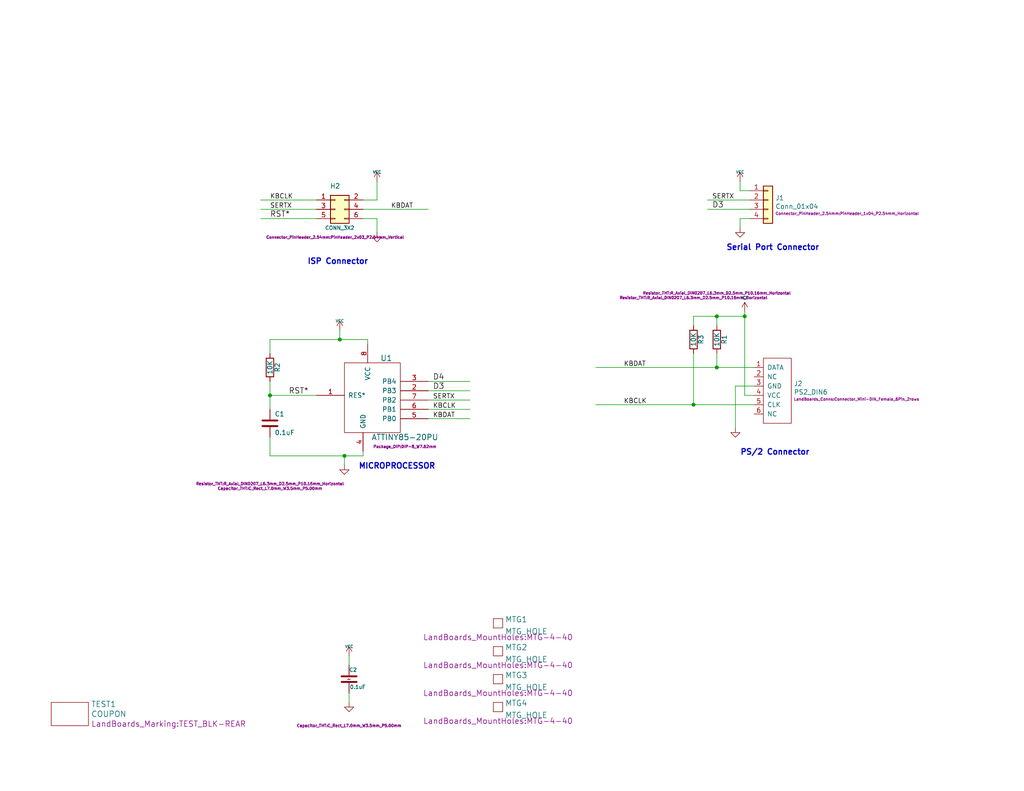
<source format=kicad_sch>
(kicad_sch (version 20211123) (generator eeschema)
  (paper "A")
  (title_block (title "TinyPS2") (date "2022-05-28") (rev "3") (company "land-boards.com"))
  (lib_symbols
    (symbol "Connector_Generic:Conn_01x04" (pin_names (offset 1.016) hide)
      (property "Reference" "J" (at 0 5.08 0))
      (property "Value" "Conn_01x04" (at 0 -7.62 0))
      (symbol "Conn_01x04_1_1"
        (rectangle (start -1.27 -4.953) (end 0 -5.207) (stroke (width 0.1524)))
        (rectangle (start -1.27 -2.413) (end 0 -2.667) (stroke (width 0.1524)))
        (rectangle (start -1.27 0.127) (end 0 -0.127) (stroke (width 0.1524)))
        (rectangle (start -1.27 2.667) (end 0 2.413) (stroke (width 0.1524)))
        (rectangle (start -1.27 3.81) (end 1.27 -6.35) (stroke (width 0.254)) (fill (type background)))
        (pin passive line (at -5.08 2.54 0) (length 3.81) (name "Pin_1") (number "1"))
        (pin passive line (at -5.08 0 0) (length 3.81) (name "Pin_2") (number "2"))
        (pin passive line (at -5.08 -2.54 0) (length 3.81) (name "Pin_3") (number "3"))
        (pin passive line (at -5.08 -5.08 0) (length 3.81) (name "Pin_4") (number "4"))
      )
    )
    (symbol "Connector_Generic:Conn_02x03_Odd_Even" (pin_names (offset 1.016) hide)
      (property "Reference" "J" (at 1.27 5.08 0))
      (property "Value" "Conn_02x03_Odd_Even" (at 1.27 -5.08 0))
      (symbol "Conn_02x03_Odd_Even_1_1"
        (rectangle (start -1.27 -2.413) (end 0 -2.667) (stroke (width 0.1524)))
        (rectangle (start -1.27 0.127) (end 0 -0.127) (stroke (width 0.1524)))
        (rectangle (start -1.27 2.667) (end 0 2.413) (stroke (width 0.1524)))
        (rectangle (start -1.27 3.81) (end 3.81 -3.81) (stroke (width 0.254)) (fill (type background)))
        (rectangle (start 3.81 -2.413) (end 2.54 -2.667) (stroke (width 0.1524)))
        (rectangle (start 3.81 0.127) (end 2.54 -0.127) (stroke (width 0.1524)))
        (rectangle (start 3.81 2.667) (end 2.54 2.413) (stroke (width 0.1524)))
        (pin passive line (at -5.08 2.54 0) (length 3.81) (name "Pin_1") (number "1"))
        (pin passive line (at 7.62 2.54 180) (length 3.81) (name "Pin_2") (number "2"))
        (pin passive line (at -5.08 0 0) (length 3.81) (name "Pin_3") (number "3"))
        (pin passive line (at 7.62 0 180) (length 3.81) (name "Pin_4") (number "4"))
        (pin passive line (at -5.08 -2.54 0) (length 3.81) (name "Pin_5") (number "5"))
        (pin passive line (at 7.62 -2.54 180) (length 3.81) (name "Pin_6") (number "6"))
      )
    )
    (symbol "Device:C" (pin_numbers hide) (pin_names (offset 0.254))
      (property "Reference" "C" (at 0.635 2.54 0))
      (property "Value" "C" (at 0.635 -2.54 0))
      (symbol "C_0_1"
        (polyline (pts (xy -2.032 -0.762) (xy 2.032 -0.762)) (stroke (width 0.508)))
        (polyline (pts (xy -2.032 0.762) (xy 2.032 0.762)) (stroke (width 0.508)))
      )
      (symbol "C_1_1"
        (pin passive line (at 0 3.81 270) (length 2.794) (name "~") (number "1"))
        (pin passive line (at 0 -3.81 90) (length 2.794) (name "~") (number "2"))
      )
    )
    (symbol "Device:R" (pin_numbers hide) (pin_names (offset 0))
      (property "Reference" "R" (at 2.032 0 90))
      (property "Value" "R" (at 0 0 90))
      (symbol "R_0_1"
        (rectangle (start -1.016 -2.54) (end 1.016 2.54) (stroke (width 0.254)))
      )
      (symbol "R_1_1"
        (pin passive line (at 0 3.81 270) (length 1.27) (name "~") (number "1"))
        (pin passive line (at 0 -3.81 90) (length 1.27) (name "~") (number "2"))
      )
    )
    (symbol "LandBoards:COUPON" (pin_names (offset 1.016))
      (property "Reference" "COUP?" (at 0 0 0))
      (property "Value" "COUPON" (at 0 0 0))
      (symbol "COUPON_0_1"
        (rectangle (start -5.08 0) (end 5.08 6.35))
      )
    )
    (symbol "LandBoards:MTG_HOLE" (pin_names (offset 1.016))
      (property "Reference" "MTG?" (at 0 2.54 0))
      (property "Value" "MTG_HOLE" (at 0 -2.54 0))
      (symbol "MTG_HOLE_0_1"
        (rectangle (start -1.27 -1.27) (end 1.27 -1.27))
        (rectangle (start -1.27 1.27) (end -1.27 -1.27))
        (rectangle (start 1.27 1.27) (end -1.27 1.27))
        (rectangle (start 1.27 1.27) (end 1.27 -1.27))
      )
    )
    (symbol "LandBoards_Conns:PS2_DIN6" (pin_names (offset 1.016))
      (property "Reference" "J" (at -1.27 10.16 0))
      (property "Value" "PS2_DIN6" (at -1.27 -10.16 0))
      (symbol "PS2_DIN6_0_1"
        (rectangle (start -3.81 8.89) (end 3.81 -8.89))
      )
      (symbol "PS2_DIN6_1_1"
        (pin input line (at -6.35 6.35 0) (length 2.54) (name "DATA") (number "1"))
        (pin input line (at -6.35 3.81 0) (length 2.54) (name "NC") (number "2"))
        (pin input line (at -6.35 1.27 0) (length 2.54) (name "GND") (number "3"))
        (pin input line (at -6.35 -1.27 0) (length 2.54) (name "VCC") (number "4"))
        (pin input line (at -6.35 -3.81 0) (length 2.54) (name "CLK") (number "5"))
        (pin input line (at -6.35 -6.35 0) (length 2.54) (name "NC") (number "6"))
      )
    )
    (symbol "LandBoards_Semis:ATTINY85" (pin_names (offset 1.016))
      (property "Reference" "U" (at 3.81 20.32 0))
      (property "Value" "ATTINY85" (at 3.81 -1.27 0))
      (symbol "ATTINY85_0_1"
        (rectangle (start -7.62 0) (end 7.62 19.05))
      )
      (symbol "ATTINY85_1_1"
        (pin input line (at -15.24 10.16 0) (length 7.62) (name "RES*") (number "1"))
        (pin bidirectional line (at 15.24 11.43 180) (length 7.62) (name "PB3") (number "2"))
        (pin bidirectional line (at 15.24 13.97 180) (length 7.62) (name "PB4") (number "3"))
        (pin power_in line (at -2.54 -5.08 90) (length 5.08) (name "GND") (number "4"))
        (pin bidirectional line (at 15.24 3.81 180) (length 7.62) (name "PB0") (number "5"))
        (pin bidirectional line (at 15.24 6.35 180) (length 7.62) (name "PB1") (number "6"))
        (pin bidirectional line (at 15.24 8.89 180) (length 7.62) (name "PB2") (number "7"))
        (pin power_in line (at -1.27 24.13 270) (length 5.08) (name "VCC") (number "8"))
      )
    )
    (symbol "power:GND" (power) (pin_names (offset 0))
      (property "Value" "GND" (at 0 -3.81 0))
      (symbol "GND_0_1"
        (polyline (pts (xy 0 0) (xy 0 -1.27) (xy 1.27 -1.27) (xy 0 -2.54) (xy -1.27 -1.27) (xy 0 -1.27)))
      )
      (symbol "GND_1_1"
        (pin power_in line (at 0 0 270) (length 0) hide (name "GND") (number "1"))
      )
    )
    (symbol "power:VCC" (power) (pin_names (offset 0))
      (property "Value" "VCC" (at 0 3.81 0))
      (symbol "VCC_0_1"
        (polyline (pts (xy -0.762 1.27) (xy 0 2.54)))
        (polyline (pts (xy 0 0) (xy 0 2.54)))
        (polyline (pts (xy 0 2.54) (xy 0.762 1.27)))
      )
      (symbol "VCC_1_1"
        (pin power_in line (at 0 0 90) (length 0) hide (name "VCC") (number "1"))
      )
    )
  )
  (junction (at 73.66 107.95))
  (junction (at 203.2 86.36))
  (junction (at 93.98 124.46))
  (junction (at 195.58 86.36))
  (junction (at 189.23 110.49))
  (junction (at 195.58 100.33))
  (junction (at 92.71 92.71))
  (wire (pts (xy 204.47 59.69) (xy 201.93 59.69)))
  (wire (pts (xy 99.06 59.69) (xy 102.87 59.69)))
  (wire (pts (xy 200.66 105.41) (xy 200.66 116.84)))
  (wire (pts (xy 86.36 54.61) (xy 71.12 54.61)))
  (wire (pts (xy 102.87 59.69) (xy 102.87 63.5)))
  (wire (pts (xy 203.2 86.36) (xy 203.2 107.95)))
  (wire (pts (xy 201.93 52.07) (xy 204.47 52.07)))
  (wire (pts (xy 92.71 92.71) (xy 100.33 92.71)))
  (wire (pts (xy 93.98 127) (xy 93.98 124.46)))
  (wire (pts (xy 205.74 100.33) (xy 195.58 100.33)))
  (wire (pts (xy 73.66 124.46) (xy 93.98 124.46)))
  (wire (pts (xy 73.66 104.14) (xy 73.66 107.95)))
  (wire (pts (xy 92.71 90.17) (xy 92.71 92.71)))
  (wire (pts (xy 195.58 96.52) (xy 195.58 100.33)))
  (wire (pts (xy 71.12 57.15) (xy 86.36 57.15)))
  (wire (pts (xy 93.98 124.46) (xy 99.06 124.46)))
  (wire (pts (xy 116.84 106.68) (xy 128.27 106.68)))
  (wire (pts (xy 204.47 54.61) (xy 193.04 54.61)))
  (wire (pts (xy 73.66 92.71) (xy 92.71 92.71)))
  (wire (pts (xy 95.25 179.07) (xy 95.25 181.61)))
  (wire (pts (xy 95.25 189.23) (xy 95.25 191.77)))
  (wire (pts (xy 102.87 54.61) (xy 102.87 49.53)))
  (wire (pts (xy 100.33 92.71) (xy 100.33 93.98)))
  (wire (pts (xy 99.06 54.61) (xy 102.87 54.61)))
  (wire (pts (xy 99.06 124.46) (xy 99.06 123.19)))
  (wire (pts (xy 195.58 86.36) (xy 203.2 86.36)))
  (wire (pts (xy 205.74 110.49) (xy 189.23 110.49)))
  (wire (pts (xy 205.74 105.41) (xy 200.66 105.41)))
  (wire (pts (xy 73.66 107.95) (xy 73.66 111.76)))
  (wire (pts (xy 203.2 107.95) (xy 205.74 107.95)))
  (wire (pts (xy 116.84 109.22) (xy 128.27 109.22)))
  (wire (pts (xy 116.84 111.76) (xy 128.27 111.76)))
  (wire (pts (xy 116.84 104.14) (xy 128.27 104.14)))
  (wire (pts (xy 189.23 110.49) (xy 162.56 110.49)))
  (wire (pts (xy 195.58 100.33) (xy 162.56 100.33)))
  (wire (pts (xy 203.2 85.09) (xy 203.2 86.36)))
  (wire (pts (xy 116.84 114.3) (xy 128.27 114.3)))
  (wire (pts (xy 189.23 88.9) (xy 189.23 86.36)))
  (wire (pts (xy 189.23 86.36) (xy 195.58 86.36)))
  (wire (pts (xy 193.04 57.15) (xy 204.47 57.15)))
  (wire (pts (xy 195.58 88.9) (xy 195.58 86.36)))
  (wire (pts (xy 73.66 119.38) (xy 73.66 124.46)))
  (wire (pts (xy 189.23 96.52) (xy 189.23 110.49)))
  (wire (pts (xy 73.66 96.52) (xy 73.66 92.71)))
  (wire (pts (xy 201.93 59.69) (xy 201.93 62.23)))
  (wire (pts (xy 86.36 107.95) (xy 73.66 107.95)))
  (wire (pts (xy 201.93 49.53) (xy 201.93 52.07)))
  (wire (pts (xy 86.36 59.69) (xy 71.12 59.69)))
  (wire (pts (xy 99.06 57.15) (xy 116.84 57.15)))
  (text "ISP Connector" (at 83.82 72.39 0) (effects (font (size 1.524 1.524) (thickness 0.3048) bold) (justify left bottom)))
  (text "Serial Port Connector" (at 198.12 68.58 0) (effects (font (size 1.524 1.524) (thickness 0.3048) bold) (justify left bottom)))
  (text "PS/2 Connector" (at 201.93 124.46 0) (effects (font (size 1.524 1.524) (thickness 0.3048) bold) (justify left bottom)))
  (text "MICROPROCESSOR" (at 97.79 128.27 0) (effects (font (size 1.524 1.524) (thickness 0.3048) bold) (justify left bottom)))
  (label "KBCLK" (at 170.18 110.49 0))
  (label "D3" (at 118.11 106.68 0) (effects (font (size 1.524 1.524))))
  (label "KBCLK" (at 73.66 54.61 0))
  (label "KBDAT" (at 106.68 57.15 0))
  (label "KBDAT" (at 118.11 114.3 0))
  (label "SERTX" (at 118.11 109.22 0))
  (label "D4" (at 118.11 104.14 0) (effects (font (size 1.524 1.524))))
  (label "RST*" (at 78.74 107.95 0) (effects (font (size 1.524 1.524))))
  (label "KBCLK" (at 118.11 111.76 0))
  (label "SERTX" (at 73.66 57.15 0))
  (label "D3" (at 194.31 57.15 0) (effects (font (size 1.524 1.524))))
  (label "RST*" (at 73.66 59.69 0) (effects (font (size 1.524 1.524))))
  (label "KBDAT" (at 170.18 100.33 0))
  (label "SERTX" (at 194.31 54.61 0))
  (symbol (lib_id "power:GND") (at 95.25 191.77 0) (unit 1)
    (property "Reference" "#PWR04" (effects hide))
    (property "Value" "GND" (effects hide))
  )
  (symbol (lib_id "power:VCC") (at 95.25 179.07 0) (unit 1)
    (property "Reference" "#PWR03" (effects hide))
    (property "Value" "VCC" (at 95.25 176.53 0) (effects (font (size 0.762 0.762))))
  )
  (symbol (lib_id "LandBoards_Semis:ATTINY85") (at 101.6 118.11 0) (unit 1)
    (property "Reference" "U1" (at 105.41 97.79 0) (effects (font (size 1.524 1.524))))
    (property "Value" "ATTINY85-20PU" (at 110.49 119.38 0) (effects (font (size 1.524 1.524))))
    (property "Footprint" "Package_DIP:DIP-8_W7.62mm" (at 110.49 121.92 0) (effects (font (size 0.762 0.762))))
    (property "Datasheet" "https://www.mouser.com/ProductDetail/Microchip-Technology-Atmel/ATTINY85-20PU?qs=8jWQYweyg6NCiiaOb5GI9Q%3D%3D" (effects hide))
  )
  (symbol (lib_id "Device:R") (at 73.66 100.33 0) (unit 1)
    (property "Reference" "R2" (at 75.692 100.33 90))
    (property "Value" "10K" (at 73.66 100.33 90))
    (property "Footprint" "Resistor_THT:R_Axial_DIN0207_L6.3mm_D2.5mm_P10.16mm_Horizontal" (at 73.66 132.08 0) (effects (font (size 0.762 0.762))))
  )
  (symbol (lib_id "Device:C") (at 73.66 115.57 0) (unit 1)
    (property "Reference" "C1" (at 74.93 113.03 0) (effects (justify left)))
    (property "Value" "0.1uF" (at 74.93 118.11 0) (effects (justify left)))
    (property "Footprint" "Capacitor_THT:C_Rect_L7.0mm_W3.5mm_P5.00mm" (at 73.66 133.35 0) (effects (font (size 0.762 0.762))))
  )
  (symbol (lib_id "power:VCC") (at 92.71 90.17 0) (unit 1)
    (property "Reference" "#PWR02" (effects hide))
    (property "Value" "VCC" (at 92.71 87.63 0) (effects (font (size 0.762 0.762))))
  )
  (symbol (lib_id "power:GND") (at 93.98 127 0) (unit 1)
    (property "Reference" "#PWR01" (effects hide))
    (property "Value" "GND" (effects hide))
  )
  (symbol (lib_id "Device:C") (at 95.25 185.42 0) (unit 1)
    (property "Reference" "C2" (at 95.25 182.88 0) (effects (font (size 1.016 1.016)) (justify left)))
    (property "Value" "0.1uF" (at 95.4024 187.579 0) (effects (font (size 1.016 1.016)) (justify left)))
    (property "Footprint" "Capacitor_THT:C_Rect_L7.0mm_W3.5mm_P5.00mm" (at 95.25 198.12 0) (effects (font (size 0.762 0.762))))
    (property "Datasheet" "~" (at 95.25 185.42 0) (effects (font (size 1.524 1.524))))
  )
  (symbol (lib_id "Connector_Generic:Conn_02x03_Odd_Even") (at 91.44 57.15 0) (unit 1)
    (property "Reference" "H2" (at 91.44 50.8 0))
    (property "Value" "CONN_3X2" (at 92.71 62.23 0) (effects (font (size 1.016 1.016))))
    (property "Footprint" "Connector_PinHeader_2.54mm:PinHeader_2x03_P2.54mm_Vertical" (at 91.44 64.77 0) (effects (font (size 0.762 0.762))))
  )
  (symbol (lib_id "power:VCC") (at 102.87 49.53 0) (unit 1)
    (property "Reference" "#PWR09" (effects hide))
    (property "Value" "VCC" (at 102.87 46.99 0) (effects (font (size 0.762 0.762))))
  )
  (symbol (lib_id "power:GND") (at 102.87 63.5 0) (unit 1)
    (property "Reference" "#PWR010" (effects hide))
    (property "Value" "GND" (effects hide))
  )
  (symbol (lib_id "Connector_Generic:Conn_01x04") (at 209.55 54.61 0) (unit 1)
    (property "Reference" "J1" (at 211.5566 54.0512 0) (effects (justify left)))
    (property "Value" "Conn_01x04" (at 211.5566 56.3626 0) (effects (justify left)))
    (property "Footprint" "Connector_PinHeader_2.54mm:PinHeader_1x04_P2.54mm_Horizontal" (at 211.5566 58.293 0) (effects (font (size 0.762 0.762)) (justify left)))
  )
  (symbol (lib_id "power:VCC") (at 203.2 85.09 0) (unit 1)
    (property "Reference" "#PWR05" (effects hide))
    (property "Value" "VCC" (at 203.2 81.28 0) (effects (font (size 0.762 0.762))))
  )
  (symbol (lib_id "power:GND") (at 200.66 116.84 0) (unit 1)
    (property "Reference" "#PWR06" (effects hide))
    (property "Value" "GND" (effects hide))
  )
  (symbol (lib_id "LandBoards_Conns:PS2_DIN6") (at 212.09 106.68 0) (unit 1)
    (property "Reference" "J2" (at 216.5858 104.7496 0) (effects (justify left)))
    (property "Value" "PS2_DIN6" (at 216.5858 107.061 0) (effects (justify left)))
    (property "Footprint" "LandBoards_Conns:Connector_Mini-DIN_Female_6Pin_2rows" (at 216.5858 108.9914 0) (effects (font (size 0.762 0.762)) (justify left)))
  )
  (symbol (lib_id "power:VCC") (at 201.93 49.53 0) (unit 1)
    (property "Reference" "#PWR0101" (effects hide))
    (property "Value" "VCC" (at 201.93 46.99 0) (effects (font (size 0.762 0.762))))
  )
  (symbol (lib_id "power:GND") (at 201.93 62.23 0) (unit 1)
    (property "Reference" "#PWR0102" (effects hide))
    (property "Value" "GND" (effects hide))
  )
  (symbol (lib_id "Device:R") (at 195.58 92.71 0) (unit 1)
    (property "Reference" "R1" (at 197.612 92.71 90))
    (property "Value" "10K" (at 195.58 92.71 90))
    (property "Footprint" "Resistor_THT:R_Axial_DIN0207_L6.3mm_D2.5mm_P10.16mm_Horizontal" (at 195.58 80.01 0) (effects (font (size 0.762 0.762))))
  )
  (symbol (lib_id "Device:R") (at 189.23 92.71 0) (unit 1)
    (property "Reference" "R3" (at 191.262 92.71 90))
    (property "Value" "10K" (at 189.23 92.71 90))
    (property "Footprint" "Resistor_THT:R_Axial_DIN0207_L6.3mm_D2.5mm_P10.16mm_Horizontal" (at 189.23 81.28 0) (effects (font (size 0.762 0.762))))
  )
  (symbol (lib_id "LandBoards:COUPON") (at 19.05 198.12 0) (unit 1)
    (property "Reference" "TEST1" (at 24.8412 192.2526 0) (effects (font (size 1.524 1.524)) (justify left)))
    (property "Value" "COUPON" (at 24.8412 194.945 0) (effects (font (size 1.524 1.524)) (justify left)))
    (property "Footprint" "LandBoards_Marking:TEST_BLK-REAR" (at 24.8412 197.6374 0) (effects (font (size 1.524 1.524)) (justify left)))
  )
  (symbol (lib_id "LandBoards:MTG_HOLE") (at 135.89 177.8 0) (unit 1)
    (property "Reference" "MTG2" (at 137.795 176.7353 0) (effects (font (size 1.524 1.524)) (justify left)))
    (property "Value" "MTG_HOLE" (at 137.795 180.0143 0) (effects (font (size 1.524 1.524)) (justify left)))
    (property "Footprint" "LandBoards_MountHoles:MTG-4-40" (at 135.89 181.61 0) (effects (font (size 1.524 1.524))))
  )
  (symbol (lib_id "LandBoards:MTG_HOLE") (at 135.89 170.18 0) (unit 1)
    (property "Reference" "MTG1" (at 137.795 169.1153 0) (effects (font (size 1.524 1.524)) (justify left)))
    (property "Value" "MTG_HOLE" (at 137.795 172.3943 0) (effects (font (size 1.524 1.524)) (justify left)))
    (property "Footprint" "LandBoards_MountHoles:MTG-4-40" (at 135.89 173.99 0) (effects (font (size 1.524 1.524))))
  )
  (symbol (lib_id "LandBoards:MTG_HOLE") (at 135.89 185.42 0) (unit 1)
    (property "Reference" "MTG3" (at 137.795 184.3553 0) (effects (font (size 1.524 1.524)) (justify left)))
    (property "Value" "MTG_HOLE" (at 137.795 187.6343 0) (effects (font (size 1.524 1.524)) (justify left)))
    (property "Footprint" "LandBoards_MountHoles:MTG-4-40" (at 135.89 189.23 0) (effects (font (size 1.524 1.524))))
  )
  (symbol (lib_id "LandBoards:MTG_HOLE") (at 135.89 193.04 0) (unit 1)
    (property "Reference" "MTG4" (at 137.795 191.9753 0) (effects (font (size 1.524 1.524)) (justify left)))
    (property "Value" "MTG_HOLE" (at 137.795 195.2543 0) (effects (font (size 1.524 1.524)) (justify left)))
    (property "Footprint" "LandBoards_MountHoles:MTG-4-40" (at 135.89 196.85 0) (effects (font (size 1.524 1.524))))
  )
)
</source>
